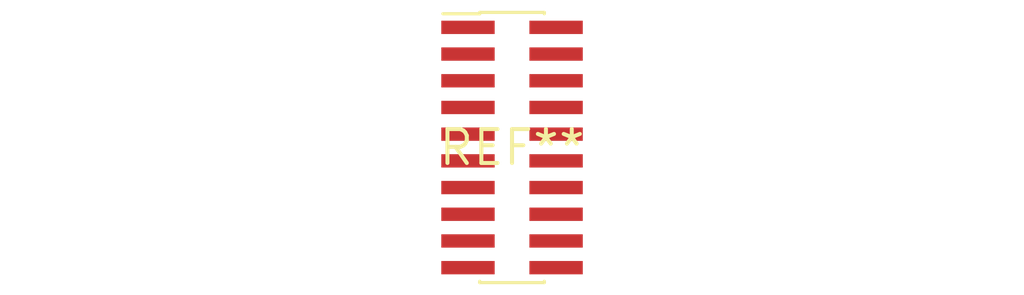
<source format=kicad_pcb>
(kicad_pcb (version 20240108) (generator pcbnew)
  (layers (0 "F.Cu" signal) (31 "B.Cu" signal) (34 "B.Paste" user) (35 "F.Paste" user) (36 "B.SilkS" user "B.Silkscreen") (37 "F.SilkS" user "F.Silkscreen") (38 "B.Mask" user) (39 "F.Mask" user) (44 "Edge.Cuts" user))
  (net 0 "")
  (footprint "PinHeader_2x10_P1.00mm_Vertical_SMD" (layer "F.Cu") (at 0 0)
    (property "Reference" "REF**")
    (property "Value" "PinHeader_2x10_P1.00mm_Vertical_SMD")
    (fp_line (start -2.59 -5.01) (end -1.21 -5.01) (layer "F.SilkS") (stroke (width 0.12)))
    (fp_line (start -1.21 -5.06) (end -1.21 -5.01) (layer "F.SilkS") (stroke (width 0.12)))
    (fp_line (start -1.21 -5.06) (end 1.21 -5.06) (layer "F.SilkS") (stroke (width 0.12)))
    (fp_line (start -1.21 5.01) (end -1.21 5.06) (layer "F.SilkS") (stroke (width 0.12)))
    (fp_line (start -1.21 5.06) (end 1.21 5.06) (layer "F.SilkS") (stroke (width 0.12)))
    (fp_line (start 1.21 -5.06) (end 1.21 -5.01) (layer "F.SilkS") (stroke (width 0.12)))
    (fp_line (start 1.21 5.01) (end 1.21 5.06) (layer "F.SilkS") (stroke (width 0.12)))
    (pad "1" smd rect (at -1.65 -4.5) (size 2 0.5) (layers "F.Cu" "F.Paste" "F.Mask"))
    (pad "2" smd rect (at 1.65 -4.5) (size 2 0.5) (layers "F.Cu" "F.Paste" "F.Mask"))
    (pad "3" smd rect (at -1.65 -3.5) (size 2 0.5) (layers "F.Cu" "F.Paste" "F.Mask"))
    (pad "4" smd rect (at 1.65 -3.5) (size 2 0.5) (layers "F.Cu" "F.Paste" "F.Mask"))
    (pad "5" smd rect (at -1.65 -2.5) (size 2 0.5) (layers "F.Cu" "F.Paste" "F.Mask"))
    (pad "6" smd rect (at 1.65 -2.5) (size 2 0.5) (layers "F.Cu" "F.Paste" "F.Mask"))
    (pad "7" smd rect (at -1.65 -1.5) (size 2 0.5) (layers "F.Cu" "F.Paste" "F.Mask"))
    (pad "8" smd rect (at 1.65 -1.5) (size 2 0.5) (layers "F.Cu" "F.Paste" "F.Mask"))
    (pad "9" smd rect (at -1.65 -0.5) (size 2 0.5) (layers "F.Cu" "F.Paste" "F.Mask"))
    (pad "10" smd rect (at 1.65 -0.5) (size 2 0.5) (layers "F.Cu" "F.Paste" "F.Mask"))
    (pad "11" smd rect (at -1.65 0.5) (size 2 0.5) (layers "F.Cu" "F.Paste" "F.Mask"))
    (pad "12" smd rect (at 1.65 0.5) (size 2 0.5) (layers "F.Cu" "F.Paste" "F.Mask"))
    (pad "13" smd rect (at -1.65 1.5) (size 2 0.5) (layers "F.Cu" "F.Paste" "F.Mask"))
    (pad "14" smd rect (at 1.65 1.5) (size 2 0.5) (layers "F.Cu" "F.Paste" "F.Mask"))
    (pad "15" smd rect (at -1.65 2.5) (size 2 0.5) (layers "F.Cu" "F.Paste" "F.Mask"))
    (pad "16" smd rect (at 1.65 2.5) (size 2 0.5) (layers "F.Cu" "F.Paste" "F.Mask"))
    (pad "17" smd rect (at -1.65 3.5) (size 2 0.5) (layers "F.Cu" "F.Paste" "F.Mask"))
    (pad "18" smd rect (at 1.65 3.5) (size 2 0.5) (layers "F.Cu" "F.Paste" "F.Mask"))
    (pad "19" smd rect (at -1.65 4.5) (size 2 0.5) (layers "F.Cu" "F.Paste" "F.Mask"))
    (pad "20" smd rect (at 1.65 4.5) (size 2 0.5) (layers "F.Cu" "F.Paste" "F.Mask"))
  )
)
</source>
